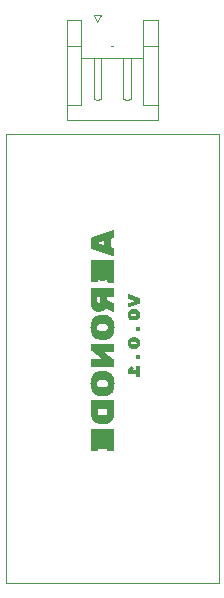
<source format=gbr>
%TF.GenerationSoftware,KiCad,Pcbnew,8.0.3*%
%TF.CreationDate,2024-09-03T15:58:32-04:00*%
%TF.ProjectId,AeroCore,4165726f-436f-4726-952e-6b696361645f,rev?*%
%TF.SameCoordinates,Original*%
%TF.FileFunction,Legend,Bot*%
%TF.FilePolarity,Positive*%
%FSLAX46Y46*%
G04 Gerber Fmt 4.6, Leading zero omitted, Abs format (unit mm)*
G04 Created by KiCad (PCBNEW 8.0.3) date 2024-09-03 15:58:32*
%MOMM*%
%LPD*%
G01*
G04 APERTURE LIST*
%ADD10C,0.100000*%
%ADD11C,0.120000*%
G04 APERTURE END LIST*
D10*
G36*
X51345212Y-155323098D02*
G01*
X51345212Y-155619853D01*
X51354494Y-155641591D01*
X51372079Y-155650872D01*
X51386001Y-155649406D01*
X52283593Y-155325785D01*
X52323474Y-155293861D01*
X52330000Y-155262526D01*
X52330000Y-154934752D01*
X52312118Y-154887097D01*
X52288478Y-154872714D01*
X51399190Y-154546406D01*
X51380628Y-154544940D01*
X51357424Y-154553977D01*
X51345212Y-154575959D01*
X51345212Y-154872714D01*
X51360111Y-154914235D01*
X51392107Y-154936217D01*
X51936280Y-155097906D01*
X51392107Y-155259595D01*
X51351807Y-155290354D01*
X51345212Y-155323098D01*
G37*
G36*
X52020373Y-155819629D02*
G01*
X52072984Y-155829110D01*
X52120980Y-155844912D01*
X52172483Y-155872217D01*
X52217340Y-155908625D01*
X52249644Y-155945917D01*
X52272141Y-155979565D01*
X52296044Y-156025243D01*
X52315260Y-156074939D01*
X52329789Y-156128655D01*
X52339632Y-156186390D01*
X52344131Y-156235471D01*
X52345631Y-156287124D01*
X52344787Y-156326112D01*
X52341038Y-156375865D01*
X52332133Y-156434472D01*
X52318541Y-156489095D01*
X52300262Y-156539734D01*
X52277296Y-156586391D01*
X52249644Y-156629064D01*
X52217411Y-156666568D01*
X52172829Y-156703181D01*
X52121808Y-156730642D01*
X52074370Y-156746533D01*
X52022460Y-156756068D01*
X51966078Y-156759246D01*
X51709134Y-156759246D01*
X51653496Y-156755978D01*
X51602140Y-156746175D01*
X51555064Y-156729837D01*
X51504226Y-156701604D01*
X51459552Y-156663960D01*
X51427034Y-156625401D01*
X51409618Y-156599732D01*
X51384398Y-156554204D01*
X51363937Y-156505241D01*
X51348234Y-156452843D01*
X51337289Y-156397011D01*
X51331103Y-156337744D01*
X51329581Y-156287857D01*
X51610949Y-156287857D01*
X51612958Y-156308914D01*
X51636350Y-156353070D01*
X51651681Y-156365703D01*
X51700341Y-156379204D01*
X51974870Y-156379204D01*
X51994884Y-156377098D01*
X52038129Y-156352581D01*
X52050762Y-156336698D01*
X52064263Y-156287857D01*
X52062254Y-156267333D01*
X52038862Y-156223133D01*
X52023531Y-156210264D01*
X51974870Y-156196510D01*
X51700341Y-156196510D01*
X51680328Y-156198558D01*
X51637083Y-156222400D01*
X51623301Y-156240022D01*
X51610949Y-156287857D01*
X51329581Y-156287857D01*
X51329961Y-156262638D01*
X51334244Y-156201986D01*
X51343285Y-156144758D01*
X51357085Y-156090951D01*
X51375643Y-156040568D01*
X51398959Y-155993607D01*
X51427034Y-155950069D01*
X51433198Y-155941850D01*
X51466673Y-155904666D01*
X51512683Y-155868656D01*
X51555892Y-155845824D01*
X51603525Y-155829515D01*
X51655583Y-155819730D01*
X51712065Y-155816468D01*
X51963147Y-155816468D01*
X52020373Y-155819629D01*
G37*
G36*
X52001737Y-157330041D02*
G01*
X52001737Y-157625575D01*
X52012728Y-157652198D01*
X52038862Y-157663433D01*
X52292875Y-157663433D01*
X52319009Y-157652198D01*
X52330000Y-157625575D01*
X52330000Y-157330041D01*
X52319009Y-157303419D01*
X52292875Y-157292184D01*
X52038862Y-157292184D01*
X52012728Y-157303419D01*
X52001737Y-157330041D01*
G37*
G36*
X52020373Y-158199531D02*
G01*
X52072984Y-158209012D01*
X52120980Y-158224814D01*
X52172483Y-158252120D01*
X52217340Y-158288527D01*
X52249644Y-158325819D01*
X52272141Y-158359468D01*
X52296044Y-158405145D01*
X52315260Y-158454842D01*
X52329789Y-158508557D01*
X52339632Y-158566292D01*
X52344131Y-158615373D01*
X52345631Y-158667027D01*
X52344787Y-158706014D01*
X52341038Y-158755767D01*
X52332133Y-158814374D01*
X52318541Y-158868997D01*
X52300262Y-158919637D01*
X52277296Y-158966293D01*
X52249644Y-159008967D01*
X52217411Y-159046470D01*
X52172829Y-159083084D01*
X52121808Y-159110544D01*
X52074370Y-159126435D01*
X52022460Y-159135970D01*
X51966078Y-159139148D01*
X51709134Y-159139148D01*
X51653496Y-159135880D01*
X51602140Y-159126077D01*
X51555064Y-159109739D01*
X51504226Y-159081506D01*
X51459552Y-159043862D01*
X51427034Y-159005303D01*
X51409618Y-158979635D01*
X51384398Y-158934106D01*
X51363937Y-158885143D01*
X51348234Y-158832745D01*
X51337289Y-158776913D01*
X51331103Y-158717646D01*
X51329581Y-158667759D01*
X51610949Y-158667759D01*
X51612958Y-158688816D01*
X51636350Y-158732972D01*
X51651681Y-158745605D01*
X51700341Y-158759106D01*
X51974870Y-158759106D01*
X51994884Y-158757000D01*
X52038129Y-158732484D01*
X52050762Y-158716601D01*
X52064263Y-158667759D01*
X52062254Y-158647235D01*
X52038862Y-158603035D01*
X52023531Y-158590166D01*
X51974870Y-158576413D01*
X51700341Y-158576413D01*
X51680328Y-158578461D01*
X51637083Y-158602302D01*
X51623301Y-158619924D01*
X51610949Y-158667759D01*
X51329581Y-158667759D01*
X51329961Y-158642540D01*
X51334244Y-158581889D01*
X51343285Y-158524660D01*
X51357085Y-158470854D01*
X51375643Y-158420470D01*
X51398959Y-158373510D01*
X51427034Y-158329972D01*
X51433198Y-158321752D01*
X51466673Y-158284568D01*
X51512683Y-158248559D01*
X51555892Y-158225726D01*
X51603525Y-158209418D01*
X51655583Y-158199632D01*
X51712065Y-158196371D01*
X51963147Y-158196371D01*
X52020373Y-158199531D01*
G37*
G36*
X52001737Y-159709944D02*
G01*
X52001737Y-160005478D01*
X52012728Y-160032100D01*
X52038862Y-160043335D01*
X52292875Y-160043335D01*
X52319009Y-160032100D01*
X52330000Y-160005478D01*
X52330000Y-159709944D01*
X52319009Y-159683321D01*
X52292875Y-159672086D01*
X52038862Y-159672086D01*
X52012728Y-159683321D01*
X52001737Y-159709944D01*
G37*
G36*
X51383558Y-161277006D02*
G01*
X52048632Y-161277006D01*
X52048632Y-161500488D01*
X52059623Y-161527355D01*
X52085757Y-161538590D01*
X52292875Y-161538590D01*
X52319009Y-161527355D01*
X52330000Y-161500488D01*
X52330000Y-160650767D01*
X52319009Y-160624145D01*
X52292875Y-160612909D01*
X52085757Y-160612909D01*
X52059623Y-160624145D01*
X52048632Y-160650767D01*
X52048632Y-160911130D01*
X51708646Y-160911130D01*
X51802923Y-160768981D01*
X51811472Y-160742847D01*
X51791688Y-160715491D01*
X51612414Y-160601674D01*
X51586280Y-160596057D01*
X51556971Y-160614375D01*
X51350830Y-160926517D01*
X51345212Y-160949232D01*
X51345212Y-161238904D01*
X51356692Y-161265526D01*
X51383558Y-161277006D01*
G37*
G36*
X50141926Y-149088415D02*
G01*
X50160000Y-149132379D01*
X50160000Y-149663852D01*
X50144843Y-149728409D01*
X50068164Y-149790858D01*
X49878632Y-149861200D01*
X49878632Y-150547522D01*
X50068164Y-150617864D01*
X50124126Y-150652829D01*
X50160000Y-150744382D01*
X50160000Y-151276343D01*
X50142903Y-151319818D01*
X50109197Y-151338381D01*
X50085261Y-151335450D01*
X48283237Y-150721912D01*
X48223145Y-150688777D01*
X48190425Y-150595394D01*
X48190425Y-150204117D01*
X48738995Y-150204117D01*
X49315896Y-150403907D01*
X49315896Y-150004326D01*
X48738995Y-150204117D01*
X48190425Y-150204117D01*
X48190425Y-149813328D01*
X48203477Y-149747841D01*
X48283237Y-149686322D01*
X50081353Y-149073272D01*
X50106755Y-149070341D01*
X50141926Y-149088415D01*
G37*
G36*
X49597264Y-152364689D02*
G01*
X49597264Y-153487229D01*
X49620711Y-153540963D01*
X49675422Y-153563433D01*
X50081842Y-153563433D01*
X50137041Y-153540963D01*
X50160000Y-153487229D01*
X50160000Y-151709141D01*
X50137529Y-151655408D01*
X50083796Y-151632937D01*
X48266629Y-151632937D01*
X48212896Y-151655408D01*
X48190425Y-151709141D01*
X48190425Y-153459385D01*
X48213872Y-153512630D01*
X48268583Y-153535101D01*
X48675003Y-153535101D01*
X48730202Y-153512630D01*
X48753161Y-153459385D01*
X48753161Y-152364689D01*
X48909476Y-152364689D01*
X48909476Y-153304535D01*
X48932923Y-153357780D01*
X48987634Y-153380251D01*
X49362791Y-153380251D01*
X49417990Y-153357780D01*
X49440949Y-153304535D01*
X49440949Y-152364689D01*
X49597264Y-152364689D01*
G37*
G36*
X50137529Y-154038241D02*
G01*
X50160000Y-154091974D01*
X50160000Y-154699651D01*
X50137529Y-154752896D01*
X50084284Y-154775366D01*
X49534738Y-154775366D01*
X49534738Y-155011793D01*
X50090146Y-155259455D01*
X50126983Y-155285482D01*
X50160000Y-155377669D01*
X50160000Y-156016608D01*
X50141926Y-156059595D01*
X50103824Y-156078157D01*
X50073049Y-156072784D01*
X49426294Y-155726448D01*
X49415342Y-155744630D01*
X49354412Y-155826883D01*
X49283203Y-155894706D01*
X49184181Y-155957045D01*
X49090355Y-155993121D01*
X48986249Y-156014766D01*
X48871863Y-156021981D01*
X48832937Y-156021102D01*
X48722386Y-156007907D01*
X48621178Y-155978878D01*
X48529312Y-155934016D01*
X48446789Y-155873320D01*
X48373607Y-155796789D01*
X48311354Y-155706710D01*
X48261981Y-155605364D01*
X48230675Y-155512304D01*
X48208314Y-155411420D01*
X48194897Y-155302713D01*
X48190425Y-155186182D01*
X48190425Y-155127076D01*
X48721898Y-155127076D01*
X48722069Y-155135069D01*
X48765861Y-155224284D01*
X48771355Y-155228188D01*
X48867955Y-155256524D01*
X48871569Y-155256491D01*
X48964675Y-155222819D01*
X48967049Y-155220684D01*
X49003265Y-155127076D01*
X49003265Y-154775366D01*
X48721898Y-154775366D01*
X48721898Y-155127076D01*
X48190425Y-155127076D01*
X48190425Y-154091974D01*
X48212896Y-154038241D01*
X48266629Y-154015771D01*
X50083796Y-154015771D01*
X50137529Y-154038241D01*
G37*
G36*
X49431965Y-156292129D02*
G01*
X49533631Y-156305318D01*
X49643212Y-156333208D01*
X49743069Y-156374561D01*
X49833203Y-156429378D01*
X49880051Y-156465908D01*
X49953589Y-156536373D01*
X50016373Y-156615159D01*
X50068406Y-156702267D01*
X50109685Y-156797697D01*
X50114704Y-156812034D01*
X50145375Y-156916857D01*
X50165451Y-157012918D01*
X50179791Y-157114716D01*
X50188395Y-157222250D01*
X50191263Y-157335519D01*
X50188395Y-157448772D01*
X50179791Y-157556254D01*
X50165451Y-157657966D01*
X50141472Y-157769337D01*
X50109685Y-157872854D01*
X50087414Y-157928518D01*
X50039989Y-158019356D01*
X49981813Y-158101826D01*
X49912884Y-158175927D01*
X49833203Y-158241660D01*
X49756730Y-158289471D01*
X49658960Y-158332748D01*
X49551980Y-158362561D01*
X49452953Y-158377398D01*
X49347159Y-158382344D01*
X49003265Y-158382344D01*
X48951509Y-158381205D01*
X48829263Y-158368389D01*
X48717226Y-158341334D01*
X48615398Y-158300040D01*
X48523779Y-158244505D01*
X48442367Y-158174732D01*
X48371165Y-158090718D01*
X48358122Y-158072353D01*
X48299117Y-157975462D01*
X48250464Y-157870128D01*
X48212163Y-157756350D01*
X48188975Y-157659248D01*
X48172412Y-157556742D01*
X48162475Y-157448833D01*
X48159162Y-157335519D01*
X48721898Y-157335519D01*
X48722140Y-157351851D01*
X48737407Y-157454099D01*
X48783935Y-157545080D01*
X48858307Y-157603332D01*
X48958325Y-157622749D01*
X49392100Y-157622749D01*
X49486725Y-157605683D01*
X49566978Y-157545080D01*
X49581403Y-157524922D01*
X49618369Y-157433968D01*
X49628527Y-157335519D01*
X49628292Y-157319186D01*
X49613506Y-157216817D01*
X49568443Y-157125471D01*
X49494804Y-157067585D01*
X49395031Y-157048290D01*
X48955394Y-157048290D01*
X48861198Y-157065248D01*
X48782470Y-157125471D01*
X48768273Y-157145743D01*
X48731894Y-157236990D01*
X48721898Y-157335519D01*
X48159162Y-157335519D01*
X48159369Y-157306684D01*
X48164338Y-157194710D01*
X48175932Y-157088125D01*
X48194151Y-156986928D01*
X48218995Y-156891120D01*
X48259367Y-156778938D01*
X48310090Y-156675175D01*
X48371165Y-156579832D01*
X48412709Y-156527803D01*
X48490325Y-156452459D01*
X48578412Y-156391332D01*
X48676970Y-156344420D01*
X48785999Y-156311724D01*
X48905500Y-156293244D01*
X49008639Y-156288695D01*
X49341786Y-156288695D01*
X49431965Y-156292129D01*
G37*
G36*
X48190425Y-160072993D02*
G01*
X48190425Y-160596161D01*
X48212896Y-160649406D01*
X48266629Y-160671877D01*
X50083796Y-160671877D01*
X50137529Y-160649406D01*
X50160000Y-160596161D01*
X50160000Y-160143335D01*
X50124520Y-160051255D01*
X50101870Y-160030495D01*
X49331039Y-159416957D01*
X50085261Y-159416957D01*
X50138018Y-159394487D01*
X50160000Y-159341242D01*
X50160000Y-158818073D01*
X50137529Y-158764340D01*
X50083796Y-158741870D01*
X48266629Y-158741870D01*
X48212896Y-158764340D01*
X48190425Y-158818073D01*
X48190425Y-159273831D01*
X48228155Y-159366605D01*
X48247578Y-159383251D01*
X49108778Y-159996789D01*
X48267606Y-159996789D01*
X48213384Y-160019260D01*
X48190425Y-160072993D01*
G37*
G36*
X49431965Y-161051934D02*
G01*
X49533631Y-161065123D01*
X49643212Y-161093012D01*
X49743069Y-161134366D01*
X49833203Y-161189183D01*
X49880051Y-161225713D01*
X49953589Y-161296178D01*
X50016373Y-161374964D01*
X50068406Y-161462072D01*
X50109685Y-161557501D01*
X50114704Y-161571839D01*
X50145375Y-161676661D01*
X50165451Y-161772723D01*
X50179791Y-161874521D01*
X50188395Y-161982054D01*
X50191263Y-162095324D01*
X50188395Y-162208576D01*
X50179791Y-162316058D01*
X50165451Y-162417770D01*
X50141472Y-162529141D01*
X50109685Y-162632658D01*
X50087414Y-162688323D01*
X50039989Y-162779161D01*
X49981813Y-162861630D01*
X49912884Y-162935732D01*
X49833203Y-163001465D01*
X49756730Y-163049275D01*
X49658960Y-163092552D01*
X49551980Y-163122365D01*
X49452953Y-163137203D01*
X49347159Y-163142149D01*
X49003265Y-163142149D01*
X48951509Y-163141010D01*
X48829263Y-163128194D01*
X48717226Y-163101139D01*
X48615398Y-163059844D01*
X48523779Y-163004310D01*
X48442367Y-162934536D01*
X48371165Y-162850523D01*
X48358122Y-162832158D01*
X48299117Y-162735267D01*
X48250464Y-162629932D01*
X48212163Y-162516154D01*
X48188975Y-162419053D01*
X48172412Y-162316547D01*
X48162475Y-162208637D01*
X48159162Y-162095324D01*
X48721898Y-162095324D01*
X48722140Y-162111656D01*
X48737407Y-162213904D01*
X48783935Y-162304884D01*
X48858307Y-162363136D01*
X48958325Y-162382554D01*
X49392100Y-162382554D01*
X49486725Y-162365488D01*
X49566978Y-162304884D01*
X49581403Y-162284727D01*
X49618369Y-162193772D01*
X49628527Y-162095324D01*
X49628292Y-162078990D01*
X49613506Y-161976622D01*
X49568443Y-161885275D01*
X49494804Y-161827390D01*
X49395031Y-161808094D01*
X48955394Y-161808094D01*
X48861198Y-161825053D01*
X48782470Y-161885275D01*
X48768273Y-161905547D01*
X48731894Y-161996795D01*
X48721898Y-162095324D01*
X48159162Y-162095324D01*
X48159369Y-162066489D01*
X48164338Y-161954515D01*
X48175932Y-161847929D01*
X48194151Y-161746733D01*
X48218995Y-161650925D01*
X48259367Y-161538742D01*
X48310090Y-161434980D01*
X48371165Y-161339637D01*
X48412709Y-161287607D01*
X48490325Y-161212264D01*
X48578412Y-161151136D01*
X48676970Y-161104225D01*
X48785999Y-161071529D01*
X48905500Y-161053048D01*
X49008639Y-161048499D01*
X49341786Y-161048499D01*
X49431965Y-161051934D01*
G37*
G36*
X50137529Y-163515840D02*
G01*
X50160000Y-163569085D01*
X50160000Y-164466922D01*
X50157099Y-164580037D01*
X50148398Y-164687351D01*
X50133896Y-164788865D01*
X50107611Y-164907599D01*
X50072263Y-165017270D01*
X50027851Y-165117877D01*
X49974375Y-165209420D01*
X49919146Y-165280632D01*
X49839375Y-165356295D01*
X49747679Y-165417122D01*
X49644057Y-165463113D01*
X49528510Y-165494269D01*
X49427485Y-165508511D01*
X49318827Y-165513258D01*
X49031598Y-165513258D01*
X48943413Y-165509824D01*
X48843761Y-165496635D01*
X48736010Y-165468745D01*
X48637422Y-165427392D01*
X48547997Y-165372575D01*
X48501156Y-165336037D01*
X48427668Y-165265522D01*
X48364981Y-165186639D01*
X48313092Y-165099387D01*
X48272002Y-165003768D01*
X48266983Y-164989461D01*
X48236312Y-164884852D01*
X48216237Y-164788973D01*
X48201897Y-164687359D01*
X48193293Y-164580008D01*
X48190784Y-164481088D01*
X48753161Y-164481088D01*
X48753401Y-164497361D01*
X48768548Y-164599302D01*
X48814710Y-164690160D01*
X48888349Y-164748412D01*
X48987145Y-164767829D01*
X49363279Y-164767829D01*
X49456745Y-164750763D01*
X49536203Y-164690160D01*
X49550514Y-164670010D01*
X49587187Y-164579220D01*
X49597264Y-164481088D01*
X49597264Y-164224633D01*
X48753161Y-164224633D01*
X48753161Y-164481088D01*
X48190784Y-164481088D01*
X48190425Y-164466922D01*
X48190425Y-163569085D01*
X48212896Y-163515840D01*
X48266629Y-163493370D01*
X50083796Y-163493370D01*
X50137529Y-163515840D01*
G37*
G36*
X49597264Y-166644103D02*
G01*
X49597264Y-167766643D01*
X49620711Y-167820376D01*
X49675422Y-167842847D01*
X50081842Y-167842847D01*
X50137041Y-167820376D01*
X50160000Y-167766643D01*
X50160000Y-165988555D01*
X50137529Y-165934822D01*
X50083796Y-165912351D01*
X48266629Y-165912351D01*
X48212896Y-165934822D01*
X48190425Y-165988555D01*
X48190425Y-167738799D01*
X48213872Y-167792044D01*
X48268583Y-167814515D01*
X48675003Y-167814515D01*
X48730202Y-167792044D01*
X48753161Y-167738799D01*
X48753161Y-166644103D01*
X48909476Y-166644103D01*
X48909476Y-167583949D01*
X48932923Y-167637194D01*
X48987634Y-167659665D01*
X49362791Y-167659665D01*
X49417990Y-167637194D01*
X49440949Y-167583949D01*
X49440949Y-166644103D01*
X49597264Y-166644103D01*
G37*
X41000000Y-141000000D02*
X59000000Y-141000000D01*
X59000000Y-179000000D01*
X41000000Y-179000000D01*
X41000000Y-141000000D01*
D11*
%TO.C,J3*%
X46140000Y-131357500D02*
X47360000Y-131357500D01*
X46140000Y-133557500D02*
X47360000Y-133557500D01*
X46140000Y-139777500D02*
X46140000Y-131357500D01*
X47360000Y-131357500D02*
X47360000Y-133557500D01*
X47360000Y-133557500D02*
X47360000Y-138557500D01*
X47360000Y-138557500D02*
X46140000Y-138557500D01*
X48430000Y-134557500D02*
X48750000Y-134557500D01*
X48430000Y-137977500D02*
X48430000Y-134557500D01*
X48450000Y-130867500D02*
X48750000Y-131467500D01*
X48750000Y-131467500D02*
X49050000Y-130867500D01*
X48750000Y-134557500D02*
X49070000Y-134557500D01*
X48750000Y-138057500D02*
X48430000Y-137977500D01*
X49050000Y-130867500D02*
X48450000Y-130867500D01*
X49070000Y-134557500D02*
X49070000Y-137977500D01*
X49070000Y-137977500D02*
X48750000Y-138057500D01*
X50080000Y-133557500D02*
X49920000Y-133557500D01*
X50930000Y-134557500D02*
X51250000Y-134557500D01*
X50930000Y-137977500D02*
X50930000Y-134557500D01*
X51250000Y-134557500D02*
X51570000Y-134557500D01*
X51250000Y-138057500D02*
X50930000Y-137977500D01*
X51570000Y-134557500D02*
X51570000Y-137977500D01*
X51570000Y-137977500D02*
X51250000Y-138057500D01*
X52640000Y-131357500D02*
X53860000Y-131357500D01*
X52640000Y-133557500D02*
X52640000Y-131357500D01*
X52640000Y-133557500D02*
X52640000Y-138557500D01*
X52640000Y-134557500D02*
X47360000Y-134557500D01*
X52640000Y-138557500D02*
X53860000Y-138557500D01*
X53860000Y-131357500D02*
X53860000Y-139777500D01*
X53860000Y-133557500D02*
X52640000Y-133557500D01*
X53860000Y-139777500D02*
X46140000Y-139777500D01*
%TD*%
M02*

</source>
